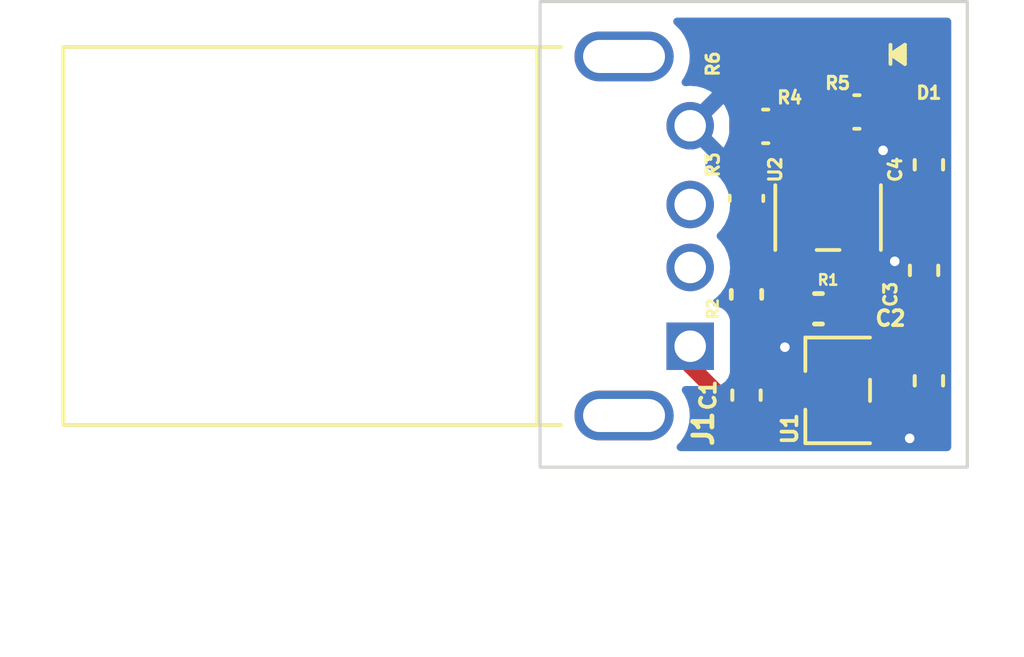
<source format=kicad_pcb>
(kicad_pcb (version 20211014) (generator pcbnew)
  (layers (0 "F.Cu" signal) (31 "B.Cu" signal) (34 "B.Paste" user) (35 "F.Paste" user) (36 "B.SilkS" user "B.Silkscreen") (37 "F.SilkS" user "F.Silkscreen") (38 "B.Mask" user) (39 "F.Mask" user) (44 "Edge.Cuts" user))
  (net 0 "")
  (net 1 "Net-(C1-Pad1)")
  (net 2 "GND")
  (net 3 "Net-(D1-Pad+)")
  (net 4 "Net-(D1-Pad-)")
  (net 5 "Vdd")
  (net 6 "Net-(R3-Pad2)")
  (net 9 "Net-(C4-Pad1)")
  (net 10 "Net-(R1-Pad2)")
  (footprint "1Miniproject:1uF" (layer "F.Cu") (at 119.0244 96.3168 90)
    (fp_text reference "C1" (at 0 -1.2192 90) (layer "F.SilkS") (effects (font (size 0.474067 0.474067) (thickness 0.118517))))
    (fp_text value "1uF")
    (fp_line (start -0.15 -0.45) (end 0.15 -0.45) (layer "F.SilkS") (width 0.127))
    (fp_line (start -0.15 0.45) (end 0.15 0.45) (layer "F.SilkS") (width 0.127))
    (pad "1" smd rect (at -0.85 0 90) (size 1.1 1) (layers "F.Cu" "F.Paste" "F.Mask") (net 1 "Net-(C1-Pad1)"))
    (pad "2" smd rect (at 0.85 0 90) (size 1.1 1) (layers "F.Cu" "F.Paste" "F.Mask") (net 2 "GND"))
  )
  (footprint "1Miniproject:80.6k" (layer "F.Cu") (at 119.0244 90.0684 90)
    (fp_text reference "R3" (at 1.0668 -1.0668 90) (layer "F.SilkS") (effects (font (size 0.393701 0.393701) (thickness 0.098425))))
    (fp_text value "80.6K")
    (fp_line (start 0.08615 -0.5334) (end -0.08615 -0.5334) (layer "F.SilkS") (width 0.12))
    (fp_line (start -0.08615 0.5334) (end 0.08615 0.5334) (layer "F.SilkS") (width 0.12))
    (pad "1" smd rect (at -0.7747 0 90) (size 0.762 0.8128) (layers "F.Cu" "F.Paste" "F.Mask") (net 10 "Net-(R1-Pad2)"))
    (pad "2" smd rect (at 0.7747 0 90) (size 0.762 0.8128) (layers "F.Cu" "F.Paste" "F.Mask") (net 6 "Net-(R3-Pad2)"))
  )
  (footprint "1Miniproject:USB-A" (layer "F.Cu") (at 115.1367 91.26255 -90)
    (fp_text reference "J1" (at 6.12105 -2.5161 90) (layer "F.SilkS") (effects (font (size 0.6096 0.6096))))
    (fp_text value "USB_A")
    (fp_line (start 6 2.75) (end 6 2) (layer "F.SilkS") (width 0.127))
    (fp_line (start -6 2.75) (end -6 17.8) (layer "F.SilkS") (width 0.127))
    (fp_line (start -6 17.8) (end 6 17.8) (layer "F.SilkS") (width 0.127))
    (fp_line (start -6 2) (end -6 2.75) (layer "F.SilkS") (width 0.127))
    (fp_line (start -6 2.75) (end 6 2.75) (layer "F.SilkS") (width 0.127))
    (fp_line (start 6 17.8) (end 6 2.75) (layer "F.SilkS") (width 0.127))
    (pad "" np_thru_hole circle (at -2.25 0 270) (size 1.25 1.25) (drill 1.25) (layers *.Cu *.Mask))
    (pad "" np_thru_hole circle (at 2.25 0 270) (size 1.25 1.25) (drill 1.25) (layers *.Cu *.Mask))
    (pad "1" thru_hole rect (at 3.5 -2.1 270) (size 1.508 1.508) (drill 1) (layers *.Cu *.Mask) (net 1 "Net-(C1-Pad1)"))
    (pad "2" thru_hole circle (at 1 -2.1 270) (size 1.508 1.508) (drill 1) (layers *.Cu *.Mask))
    (pad "3" thru_hole circle (at -1 -2.1 270) (size 1.508 1.508) (drill 1) (layers *.Cu *.Mask))
    (pad "4" thru_hole circle (at -3.5 -2.1 270) (size 1.508 1.508) (drill 1) (layers *.Cu *.Mask) (net 2 "GND"))
    (pad "S1" thru_hole oval (at 5.7 0 270) (size 1.575 3.15) (drill oval 1.05 2.6) (layers *.Cu *.Mask))
    (pad "S2" thru_hole oval (at -5.7 0 270) (size 1.575 3.15) (drill oval 1.05 2.6) (layers *.Cu *.Mask))
  )
  (footprint "1Miniproject:14.3k" (layer "F.Cu") (at 119.634 87.7824)
    (fp_text reference "R4" (at 0.762 -0.9144) (layer "F.SilkS") (effects (font (size 0.393701 0.393701) (thickness 0.098425))))
    (fp_text value "14.3k")
    (fp_line (start -0.08615 0.5334) (end 0.08615 0.5334) (layer "F.SilkS") (width 0.12))
    (fp_line (start 0.08615 -0.5334) (end -0.08615 -0.5334) (layer "F.SilkS") (width 0.12))
    (pad "1" smd rect (at -0.7747 0) (size 0.762 0.8128) (layers "F.Cu" "F.Paste" "F.Mask") (net 6 "Net-(R3-Pad2)"))
    (pad "2" smd rect (at 0.7747 0) (size 0.762 0.8128) (layers "F.Cu" "F.Paste" "F.Mask") (net 3 "Net-(D1-Pad+)"))
  )
  (footprint "1Miniproject:.1uF" (layer "F.Cu") (at 124.8156 89.0016 -90)
    (fp_text reference "C4" (at 0.15 1.0668 90) (layer "F.SilkS") (effects (font (size 0.393701 0.393701) (thickness 0.098425))))
    (fp_text value "0.1 uF")
    (fp_line (start -0.15 0.45) (end 0.15 0.45) (layer "F.SilkS") (width 0.127))
    (fp_line (start -0.15 -0.45) (end 0.15 -0.45) (layer "F.SilkS") (width 0.127))
    (pad "1" smd rect (at -0.85 0 270) (size 1.1 1) (layers "F.Cu" "F.Paste" "F.Mask") (net 9 "Net-(C4-Pad1)"))
    (pad "2" smd rect (at 0.85 0 270) (size 1.1 1) (layers "F.Cu" "F.Paste" "F.Mask") (net 2 "GND"))
  )
  (footprint "1Miniproject:MCP1702T-3302E&slash_CB (volt_reg)" (layer "F.Cu") (at 121.92 96.1644 90)
    (fp_text reference "U1" (at -1.2192 -1.524 90) (layer "F.SilkS") (effects (font (size 0.474067 0.474067) (thickness 0.118517))))
    (fp_text value "MCP1702T-3302E/CB")
    (fp_line (start -0.61214 -1.027) (end -1.676999 -1.027) (layer "F.SilkS") (width 0.12))
    (fp_line (start -0.337861 1.027) (end 0.337861 1.027) (layer "F.SilkS") (width 0.12))
    (fp_line (start 1.676999 1.027) (end 1.676999 -1.027) (layer "F.SilkS") (width 0.12))
    (fp_line (start 1.676999 -1.027) (end 0.61214 -1.027) (layer "F.SilkS") (width 0.12))
    (fp_line (start -1.676999 -1.027) (end -1.676999 1.027) (layer "F.SilkS") (width 0.12))
    (pad "1" smd rect (at -0.950001 1.1952 90) (size 0.9398 1.3208) (layers "F.Cu" "F.Paste" "F.Mask") (net 2 "GND"))
    (pad "2" smd rect (at 0.950001 1.1952 90) (size 0.9398 1.3208) (layers "F.Cu" "F.Paste" "F.Mask") (net 5 "Vdd"))
    (pad "3" smd rect (at 0 -1.1952 90) (size 0.9398 1.3208) (layers "F.Cu" "F.Paste" "F.Mask") (net 1 "Net-(C1-Pad1)"))
  )
  (footprint "1Miniproject:MCP6021T-E&slash_OT(op-amp)" (layer "F.Cu") (at 121.6152 90.678 -90)
    (fp_text reference "U2" (at -1.524 1.6764 -90) (layer "F.SilkS") (effects (font (size 0.393701 0.393701) (thickness 0.098425))))
    (fp_text value "MCP6021T-E/OT")
    (fp_line (start 1.0287 -1.6764) (end -1.0287 -1.6764) (layer "F.SilkS") (width 0.12))
    (fp_line (start 1.0287 0.363261) (end 1.0287 -0.363261) (layer "F.SilkS") (width 0.12))
    (fp_line (start -1.0287 1.6764) (end 1.0287 1.6764) (layer "F.SilkS") (width 0.12))
    (pad "1" smd rect (at -1.2954 -0.950001 270) (size 1.3208 0.508) (layers "F.Cu" "F.Paste" "F.Mask") (net 3 "Net-(D1-Pad+)"))
    (pad "2" smd rect (at -1.2954 0 270) (size 1.3208 0.508) (layers "F.Cu" "F.Paste" "F.Mask") (net 2 "GND"))
    (pad "3" smd rect (at -1.2954 0.950001 270) (size 1.3208 0.508) (layers "F.Cu" "F.Paste" "F.Mask") (net 6 "Net-(R3-Pad2)"))
    (pad "4" smd rect (at 1.2954 0.950001 270) (size 1.3208 0.508) (layers "F.Cu" "F.Paste" "F.Mask") (net 9 "Net-(C4-Pad1)"))
    (pad "5" smd rect (at 1.2954 -0.950001 270) (size 1.3208 0.508) (layers "F.Cu" "F.Paste" "F.Mask") (net 5 "Vdd"))
  )
  (footprint "1Miniproject:60.4R" (layer "F.Cu") (at 121.3104 93.5736 180)
    (property "VALUE" "60.4 Ohms")
    (fp_text reference "R1" (at -0.3048 0.9144) (layer "F.SilkS") (effects (font (size 0.3302 0.3302) (thickness 0.08255))))
    (fp_text value "60.4R")
    (fp_line (start 0.127 -0.4826) (end -0.127 -0.4826) (layer "F.SilkS") (width 0.1524))
    (fp_line (start -0.127 0.4826) (end 0.127 0.4826) (layer "F.SilkS") (width 0.1524))
    (pad "1" smd rect (at -0.8382 0 180) (size 0.762 0.9398) (layers "F.Cu" "F.Paste" "F.Mask") (net 5 "Vdd"))
    (pad "2" smd rect (at 0.8382 0 180) (size 0.762 0.9398) (layers "F.Cu" "F.Paste" "F.Mask") (net 10 "Net-(R1-Pad2)"))
  )
  (footprint "1Miniproject:.1uF" (layer "F.Cu") (at 124.6632 92.3544 90)
    (fp_text reference "C3" (at -0.762 -1.0668 90) (layer "F.SilkS") (effects (font (size 0.393701 0.393701) (thickness 0.098425))))
    (fp_text value "0.1 uF")
    (fp_line (start -0.15 -0.45) (end 0.15 -0.45) (layer "F.SilkS") (width 0.127))
    (fp_line (start -0.15 0.45) (end 0.15 0.45) (layer "F.SilkS") (width 0.127))
    (pad "1" smd rect (at -0.85 0 90) (size 1.1 1) (layers "F.Cu" "F.Paste" "F.Mask") (net 5 "Vdd"))
    (pad "2" smd rect (at 0.85 0 90) (size 1.1 1) (layers "F.Cu" "F.Paste" "F.Mask") (net 2 "GND"))
  )
  (footprint "1Miniproject:1uF" (layer "F.Cu") (at 124.8156 95.8596 -90)
    (fp_text reference "C2" (at -1.9812 1.2192 180) (layer "F.SilkS") (effects (font (size 0.474067 0.474067))))
    (fp_text value "1uF")
    (fp_line (start -0.15 0.45) (end 0.15 0.45) (layer "F.SilkS") (width 0.127))
    (fp_line (start -0.15 -0.45) (end 0.15 -0.45) (layer "F.SilkS") (width 0.127))
    (pad "1" smd rect (at -0.85 0 270) (size 1.1 1) (layers "F.Cu" "F.Paste" "F.Mask") (net 5 "Vdd"))
    (pad "2" smd rect (at 0.85 0 270) (size 1.1 1) (layers "F.Cu" "F.Paste" "F.Mask") (net 2 "GND"))
  )
  (footprint "1Miniproject:2M" (layer "F.Cu") (at 122.5296 87.3252)
    (fp_text reference "R5" (at -0.6096 -0.9144) (layer "F.SilkS") (effects (font (size 0.393701 0.393701) (thickness 0.098425))))
    (fp_text value "2M")
    (fp_line (start -0.08615 0.5334) (end 0.08615 0.5334) (layer "F.SilkS") (width 0.12))
    (fp_line (start 0.08615 -0.5334) (end -0.08615 -0.5334) (layer "F.SilkS") (width 0.12))
    (pad "1" smd rect (at -0.7747 0) (size 0.762 0.8128) (layers "F.Cu" "F.Paste" "F.Mask") (net 3 "Net-(D1-Pad+)"))
    (pad "2" smd rect (at 0.7747 0) (size 0.762 0.8128) (layers "F.Cu" "F.Paste" "F.Mask") (net 9 "Net-(C4-Pad1)"))
  )
  (footprint "1Miniproject:60.4R" (layer "F.Cu") (at 119.0244 93.1164 -90)
    (property "VALUE" "60.4 Ohms")
    (fp_text reference "R2" (at 0.4572 1.0668 90) (layer "F.SilkS") (effects (font (size 0.3302 0.3302) (thickness 0.08255))))
    (fp_text value "60.4R")
    (fp_line (start 0.127 -0.4826) (end -0.127 -0.4826) (layer "F.SilkS") (width 0.1524))
    (fp_line (start -0.127 0.4826) (end 0.127 0.4826) (layer "F.SilkS") (width 0.1524))
    (pad "1" smd rect (at -0.8382 0 270) (size 0.762 0.9398) (layers "F.Cu" "F.Paste" "F.Mask") (net 10 "Net-(R1-Pad2)"))
    (pad "2" smd rect (at 0.8382 0 270) (size 0.762 0.9398) (layers "F.Cu" "F.Paste" "F.Mask") (net 2 "GND"))
  )
  (footprint "1Miniproject:1k" (layer "F.Cu") (at 119.9388 85.8012 180)
    (fp_text reference "R6" (at 1.9812 0 90) (layer "F.SilkS") (effects (font (size 0.393701 0.393701) (thickness 0.098425))))
    (fp_text value "1k")
    (pad "1" smd rect (at -0.735 0 180) (size 1.04 1.02) (layers "F.Cu" "F.Paste" "F.Mask") (net 4 "Net-(D1-Pad-)"))
    (pad "2" smd rect (at 0.735 0 180) (size 1.04 1.02) (layers "F.Cu" "F.Paste" "F.Mask") (net 2 "GND"))
  )
  (footprint "1Miniproject:DIOC200X125X110(LED_Green)" (layer "F.Cu") (at 123.7488 85.4964)
    (fp_text reference "D1" (at 1.0668 1.2192) (layer "F.SilkS") (effects (font (size 0.393701 0.393701) (thickness 0.098425))))
    (fp_text value "LTST-C170TGKT")
    (fp_line (start 0.3048 0.3048) (end -0.1524 0) (layer "F.SilkS") (width 0.12))
    (fp_line (start 0.3048 0) (end 0.1524 0) (layer "F.SilkS") (width 0.12))
    (fp_line (start 0.1524 0) (end 0.3048 0) (layer "F.SilkS") (width 0.12))
    (fp_line (start 0.3048 -0.3048) (end 0.3048 0.3048) (layer "F.SilkS") (width 0.12))
    (fp_line (start 0 0) (end 0.3048 -0.1524) (layer "F.SilkS") (width 0.12))
    (fp_line (start -0.1524 0) (end 0.3048 -0.3048) (layer "F.SilkS") (width 0.12))
    (fp_line (start 0.3048 0.1524) (end 0.1524 0) (layer "F.SilkS") (width 0.12))
    (fp_line (start 0.1524 0) (end 0.3048 0.3048) (layer "F.SilkS") (width 0.12))
    (fp_line (start -0.1524 -0.3048) (end -0.1524 0.3048) (layer "F.SilkS") (width 0.12))
    (fp_line (start 0.3048 -0.3048) (end 0 0) (layer "F.SilkS") (width 0.12))
    (fp_line (start 0 0) (end 0.3048 0.1524) (layer "F.SilkS") (width 0.12))
    (fp_line (start 0.3048 -0.1524) (end 0 0) (layer "F.SilkS") (width 0.12))
    (pad "+" smd rect (at 1.05 0) (size 1.2 1.2) (layers "F.Cu" "F.Paste" "F.Mask") (net 3 "Net-(D1-Pad+)"))
    (pad "-" smd rect (at -1.05 0) (size 1.2 1.2) (layers "F.Cu" "F.Paste" "F.Mask") (net 4 "Net-(D1-Pad-)"))
  )
  (gr_rect (start 112.4712 83.82) (end 126.0348 98.6028) (layer "Edge.Cuts") (width 0.1) (fill none))
  (segment (start 119.0244 97.1668) (end 119.7224 97.1668) (width 0.508) (layer "F.Cu") (net 1))
  (segment (start 117.2367 95.3791) (end 119.0244 97.1668) (width 0.508) (layer "F.Cu") (net 1))
  (segment (start 117.2367 94.76255) (end 117.2367 95.3791) (width 0.508) (layer "F.Cu") (net 1))
  (segment (start 119.7224 97.1668) (end 120.7248 96.1644) (width 0.508) (layer "F.Cu") (net 1))
  (segment (start 124.8156 89.8516) (end 124.8156 91.352) (width 0.508) (layer "F.Cu") (net 2))
  (segment (start 121.882601 90.4716) (end 123.0343 90.4716) (width 0.4572) (layer "F.Cu") (net 2))
  (segment (start 124.8156 96.7096) (end 124.8156 96.9264) (width 0.508) (layer "F.Cu") (net 2))
  (segment (start 123.3613 90.1446) (end 123.3613 88.5444) (width 0.4572) (layer "F.Cu") (net 2))
  (segment (start 124.8156 96.7096) (end 124.8156 97.0788) (width 0.508) (layer "F.Cu") (net 2))
  (segment (start 121.6152 90.204199) (end 121.882601 90.4716) (width 0.4572) (layer "F.Cu") (net 2))
  (segment (start 123.731301 92.0671) (end 124.294001 91.5044) (width 0.508) (layer "F.Cu") (net 2))
  (segment (start 124.294001 91.5044) (end 124.6632 91.5044) (width 0.508) (layer "F.Cu") (net 2))
  (segment (start 124.8156 91.352) (end 124.6632 91.5044) (width 0.508) (layer "F.Cu") (net 2))
  (segment (start 123.520001 96.7096) (end 123.1152 97.114401) (width 0.508) (layer "F.Cu") (net 2))
  (segment (start 119.0244 95.4668) (end 119.0244 93.9546) (width 0.508) (layer "F.Cu") (net 2))
  (segment (start 117.2367 87.76255) (end 117.24245 87.76255) (width 0.508) (layer "F.Cu") (net 2))
  (segment (start 124.8156 96.7096) (end 123.520001 96.7096) (width 0.508) (layer "F.Cu") (net 2))
  (segment (start 124.8156 97.0788) (end 124.206 97.6884) (width 0.508) (layer "F.Cu") (net 2))
  (segment (start 119.6984 94.7928) (end 119.0244 95.4668) (width 0.508) (layer "F.Cu") (net 2))
  (segment (start 121.6152 89.3826) (end 121.6152 90.204199) (width 0.4572) (layer "F.Cu") (net 2))
  (segment (start 120.2436 94.7928) (end 119.6984 94.7928) (width 0.508) (layer "F.Cu") (net 2))
  (segment (start 117.24245 87.76255) (end 119.2038 85.8012) (width 0.508) (layer "F.Cu") (net 2))
  (segment (start 123.0343 90.4716) (end 123.3613 90.1446) (width 0.4572) (layer "F.Cu") (net 2))
  (via (at 124.206 97.6884) (size 0.6096) (drill 0.3048) (layers "F.Cu" "B.Cu") (net 2))
  (via (at 120.2436 94.7928) (size 0.6096) (drill 0.3048) (layers "F.Cu" "B.Cu") (net 2))
  (via (at 123.3613 88.5444) (size 0.6096) (drill 0.3048) (layers "F.Cu" "B.Cu") (net 2))
  (via (at 123.731301 92.0671) (size 0.6096) (drill 0.3048) (layers "F.Cu" "B.Cu") (net 2))
  (segment (start 120.8659 88.2396) (end 120.4087 87.7824) (width 0.2) (layer "F.Cu") (net 3))
  (segment (start 123.025 86.3726) (end 123.9226 86.3726) (width 0.2) (layer "F.Cu") (net 3))
  (segment (start 122.565201 88.135501) (end 121.7549 87.3252) (width 0.2) (layer "F.Cu") (net 3))
  (segment (start 122.565201 89.3826) (end 122.565201 86.832399) (width 0.2) (layer "F.Cu") (net 3))
  (segment (start 122.565201 89.3826) (end 122.565201 88.732401) (width 0.1524) (layer "F.Cu") (net 3))
  (segment (start 122.565201 86.832399) (end 123.025 86.3726) (width 0.2) (layer "F.Cu") (net 3))
  (segment (start 122.0724 88.2396) (end 120.8659 88.2396) (width 0.2) (layer "F.Cu") (net 3))
  (segment (start 123.9226 86.3726) (end 124.7988 85.4964) (width 0.2) (layer "F.Cu") (net 3))
  (segment (start 122.565201 89.3826) (end 122.565201 88.135501) (width 0.1524) (layer "F.Cu") (net 3))
  (segment (start 122.565201 88.732401) (end 122.0724 88.2396) (width 0.2) (layer "F.Cu") (net 3))
  (segment (start 122.394 85.8012) (end 122.6988 85.4964) (width 0.2) (layer "F.Cu") (net 4))
  (segment (start 120.6738 85.8012) (end 122.394 85.8012) (width 0.2) (layer "F.Cu") (net 4))
  (segment (start 124.8156 93.3568) (end 124.6632 93.2044) (width 0.508) (layer "F.Cu") (net 5))
  (segment (start 124.8156 95.0096) (end 124.610801 95.214399) (width 0.508) (layer "F.Cu") (net 5))
  (segment (start 122.0724 93.5736) (end 123.2594 93.5736) (width 0.508) (layer "F.Cu") (net 5))
  (segment (start 124.6632 93.2044) (end 123.796201 93.2044) (width 0.508) (layer "F.Cu") (net 5))
  (segment (start 124.8156 95.0096) (end 124.8156 93.3568) (width 0.508) (layer "F.Cu") (net 5))
  (segment (start 124.6954 95.0096) (end 124.8156 95.0096) (width 0.508) (layer "F.Cu") (net 5))
  (segment (start 123.2594 93.5736) (end 124.6954 95.0096) (width 0.508) (layer "F.Cu") (net 5))
  (segment (start 123.796201 93.2044) (end 122.565201 91.9734) (width 0.508) (layer "F.Cu") (net 5))
  (segment (start 124.610801 95.214399) (end 123.1152 95.214399) (width 0.508) (layer "F.Cu") (net 5))
  (segment (start 120.665199 89.3826) (end 119.1133 89.3826) (width 0.2) (layer "F.Cu") (net 6))
  (segment (start 119.1133 89.3826) (end 119.0244 89.2937) (width 0.1524) (layer "F.Cu") (net 6))
  (segment (start 118.8593 87.7824) (end 118.8593 89.1286) (width 0.2) (layer "F.Cu") (net 6))
  (segment (start 118.8593 89.1286) (end 119.0244 89.2937) (width 0.1524) (layer "F.Cu") (net 6))
  (segment (start 121.181199 91.051) (end 122.0724 91.051) (width 0.2) (layer "F.Cu") (net 9))
  (segment (start 122.0724 91.051) (end 122.1232 91.0002) (width 0.2) (layer "F.Cu") (net 9))
  (segment (start 122.9868 91.051) (end 123.244874 91.051) (width 0.2) (layer "F.Cu") (net 9))
  (segment (start 120.665199 91.567) (end 121.181199 91.051) (width 0.2) (layer "F.Cu") (net 9))
  (segment (start 120.665199 91.9734) (end 120.665199 91.567) (width 0.1524) (layer "F.Cu") (net 9))
  (segment (start 123.9423 87.9632) (end 123.3043 87.3252) (width 0.2) (layer "F.Cu") (net 9))
  (segment (start 123.9423 90.353574) (end 123.9423 87.9632) (width 0.2) (layer "F.Cu") (net 9))
  (segment (start 123.9892 87.3252) (end 124.8156 88.1516) (width 0.2) (layer "F.Cu") (net 9))
  (segment (start 123.244874 91.051) (end 123.9423 90.353574) (width 0.2) (layer "F.Cu") (net 9))
  (segment (start 122.1232 91.0002) (end 122.936 91.0002) (width 0.2) (layer "F.Cu") (net 9))
  (segment (start 122.936 91.0002) (end 122.9868 91.051) (width 0.1524) (layer "F.Cu") (net 9))
  (segment (start 123.3043 87.3252) (end 123.9892 87.3252) (width 0.2) (layer "F.Cu") (net 9))
  (segment (start 119.0244 92.3417) (end 119.0244 90.8431) (width 0.2) (layer "F.Cu") (net 10))
  (segment (start 120.4722 93.5736) (end 120.3198 93.5736) (width 0.1524) (layer "F.Cu") (net 10))
  (segment (start 120.3198 93.5736) (end 119.0244 92.2782) (width 0.2) (layer "F.Cu") (net 10))
  (zone (net 2) (net_name "GND") (layer "B.Cu") (connect_pads (clearance 0.508)) (min_thickness 0.254) (fill yes (thermal_gap 0.508) (thermal_bridge_width 0.508))
    (polygon (pts (xy 126.0348 98.6028) (xy 112.4712 98.6028) (xy 112.4712 83.82) (xy 126.0348 83.82)))
  )
)
</source>
